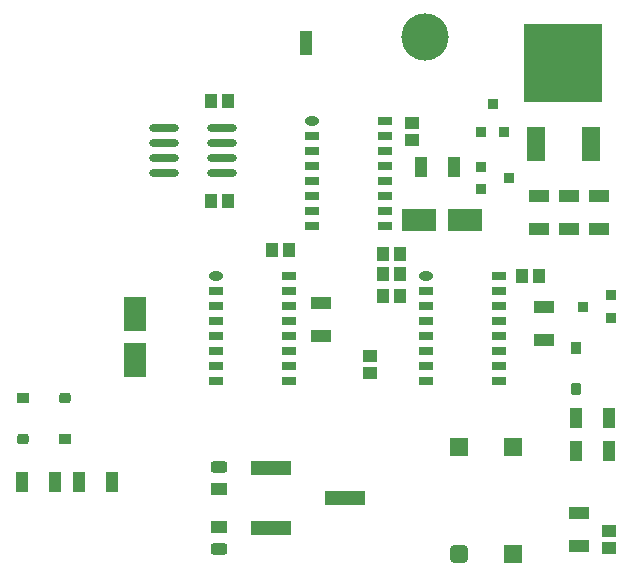
<source format=gtp>
G04 Layer_Color=8421504*
%FSLAX25Y25*%
%MOIN*%
G70*
G01*
G75*
%ADD10C,0.15748*%
%ADD11R,0.03937X0.03347*%
G04:AMPARAMS|DCode=12|XSize=33.47mil|YSize=39.37mil|CornerRadius=8.37mil|HoleSize=0mil|Usage=FLASHONLY|Rotation=270.000|XOffset=0mil|YOffset=0mil|HoleType=Round|Shape=RoundedRectangle|*
%AMROUNDEDRECTD12*
21,1,0.03347,0.02264,0,0,270.0*
21,1,0.01673,0.03937,0,0,270.0*
1,1,0.01673,-0.01132,-0.00837*
1,1,0.01673,-0.01132,0.00837*
1,1,0.01673,0.01132,0.00837*
1,1,0.01673,0.01132,-0.00837*
%
%ADD12ROUNDEDRECTD12*%
%ADD13R,0.04724X0.03150*%
%ADD14O,0.04724X0.03150*%
%ADD15O,0.09843X0.02756*%
%ADD16R,0.03347X0.03937*%
G04:AMPARAMS|DCode=17|XSize=33.47mil|YSize=39.37mil|CornerRadius=8.37mil|HoleSize=0mil|Usage=FLASHONLY|Rotation=180.000|XOffset=0mil|YOffset=0mil|HoleType=Round|Shape=RoundedRectangle|*
%AMROUNDEDRECTD17*
21,1,0.03347,0.02264,0,0,180.0*
21,1,0.01673,0.03937,0,0,180.0*
1,1,0.01673,-0.00837,0.01132*
1,1,0.01673,0.00837,0.01132*
1,1,0.01673,0.00837,-0.01132*
1,1,0.01673,-0.00837,-0.01132*
%
%ADD17ROUNDEDRECTD17*%
%ADD18R,0.04134X0.05118*%
%ADD19R,0.13780X0.05118*%
%ADD20R,0.03740X0.03543*%
%ADD21R,0.03740X0.03543*%
%ADD22R,0.26378X0.26378*%
%ADD23R,0.06299X0.11811*%
%ADD24R,0.05118X0.04134*%
%ADD25R,0.07284X0.11811*%
%ADD26R,0.04331X0.06693*%
%ADD27R,0.05512X0.03937*%
G04:AMPARAMS|DCode=28|XSize=55.12mil|YSize=39.37mil|CornerRadius=9.84mil|HoleSize=0mil|Usage=FLASHONLY|Rotation=0.000|XOffset=0mil|YOffset=0mil|HoleType=Round|Shape=RoundedRectangle|*
%AMROUNDEDRECTD28*
21,1,0.05512,0.01969,0,0,0.0*
21,1,0.03543,0.03937,0,0,0.0*
1,1,0.01969,0.01772,-0.00984*
1,1,0.01969,-0.01772,-0.00984*
1,1,0.01969,-0.01772,0.00984*
1,1,0.01969,0.01772,0.00984*
%
%ADD28ROUNDEDRECTD28*%
%ADD29R,0.06693X0.04331*%
G04:AMPARAMS|DCode=30|XSize=60mil|YSize=60mil|CornerRadius=15mil|HoleSize=0mil|Usage=FLASHONLY|Rotation=180.000|XOffset=0mil|YOffset=0mil|HoleType=Round|Shape=RoundedRectangle|*
%AMROUNDEDRECTD30*
21,1,0.06000,0.03000,0,0,180.0*
21,1,0.03000,0.06000,0,0,180.0*
1,1,0.03000,-0.01500,0.01500*
1,1,0.03000,0.01500,0.01500*
1,1,0.03000,0.01500,-0.01500*
1,1,0.03000,-0.01500,-0.01500*
%
%ADD30ROUNDEDRECTD30*%
%ADD31R,0.06000X0.06000*%
%ADD32R,0.03937X0.07874*%
%ADD33R,0.03543X0.03740*%
%ADD34R,0.03543X0.03740*%
%ADD35R,0.11811X0.07284*%
D10*
X177264Y183071D02*
D03*
D11*
X43517Y62964D02*
D03*
X57283Y49213D02*
D03*
D12*
X57296Y62964D02*
D03*
X43504Y49213D02*
D03*
D13*
X132205Y68500D02*
D03*
Y73500D02*
D03*
Y78500D02*
D03*
Y83500D02*
D03*
Y88500D02*
D03*
Y93500D02*
D03*
Y98500D02*
D03*
Y103500D02*
D03*
X107795Y68500D02*
D03*
Y73500D02*
D03*
Y78500D02*
D03*
Y83500D02*
D03*
Y88500D02*
D03*
Y93500D02*
D03*
Y98500D02*
D03*
X164205Y120020D02*
D03*
Y125020D02*
D03*
Y130020D02*
D03*
Y135020D02*
D03*
Y140020D02*
D03*
Y145020D02*
D03*
Y150020D02*
D03*
Y155020D02*
D03*
X139795Y120020D02*
D03*
Y125020D02*
D03*
Y130020D02*
D03*
Y135020D02*
D03*
Y140020D02*
D03*
Y145020D02*
D03*
Y150020D02*
D03*
X202205Y68500D02*
D03*
Y73500D02*
D03*
Y78500D02*
D03*
Y83500D02*
D03*
Y88500D02*
D03*
Y93500D02*
D03*
Y98500D02*
D03*
Y103500D02*
D03*
X177795Y68500D02*
D03*
Y73500D02*
D03*
Y78500D02*
D03*
Y83500D02*
D03*
Y88500D02*
D03*
Y93500D02*
D03*
Y98500D02*
D03*
D14*
X107795Y103500D02*
D03*
X139795Y155020D02*
D03*
X177795Y103500D02*
D03*
D15*
X109646Y138000D02*
D03*
Y143000D02*
D03*
Y148000D02*
D03*
Y153000D02*
D03*
X90354Y138000D02*
D03*
Y143000D02*
D03*
Y148000D02*
D03*
Y153000D02*
D03*
D16*
X227658Y79626D02*
D03*
D17*
Y65847D02*
D03*
D18*
X169193Y110827D02*
D03*
X163484D02*
D03*
X169193Y96949D02*
D03*
X163484D02*
D03*
X106146Y162000D02*
D03*
X111854D02*
D03*
X106146Y128500D02*
D03*
X111854D02*
D03*
X163484Y104035D02*
D03*
X169193D02*
D03*
X126476Y112106D02*
D03*
X132185D02*
D03*
X215551Y103347D02*
D03*
X209842D02*
D03*
D19*
X126181Y39429D02*
D03*
Y19429D02*
D03*
X150591Y29429D02*
D03*
D20*
X230118Y93307D02*
D03*
X239370Y89567D02*
D03*
X205299Y136205D02*
D03*
X196047Y139945D02*
D03*
D21*
X239370Y97047D02*
D03*
X196047Y132465D02*
D03*
D22*
X223524Y174606D02*
D03*
D23*
X214469Y147638D02*
D03*
X232579D02*
D03*
D24*
X172933Y148917D02*
D03*
Y154626D02*
D03*
X238650Y12874D02*
D03*
Y18583D02*
D03*
X159205Y76764D02*
D03*
Y71055D02*
D03*
D25*
X80701Y75410D02*
D03*
Y90764D02*
D03*
D26*
X72933Y34842D02*
D03*
X61910D02*
D03*
X42913D02*
D03*
X53937D02*
D03*
X238878Y45177D02*
D03*
X227854D02*
D03*
Y56299D02*
D03*
X238878D02*
D03*
X187205Y139961D02*
D03*
X176181D02*
D03*
D27*
X108858Y32579D02*
D03*
X108760Y19783D02*
D03*
D28*
X108858Y39862D02*
D03*
X108760Y12500D02*
D03*
D29*
X228650Y24587D02*
D03*
Y13563D02*
D03*
X142709Y83417D02*
D03*
Y94441D02*
D03*
X217189Y93256D02*
D03*
Y82232D02*
D03*
X215256Y119095D02*
D03*
Y130118D02*
D03*
X225295Y119095D02*
D03*
Y130118D02*
D03*
X235531D02*
D03*
Y119095D02*
D03*
D30*
X188858Y10784D02*
D03*
D31*
Y46610D02*
D03*
X206575D02*
D03*
Y10784D02*
D03*
D32*
X137795Y181102D02*
D03*
D33*
X199902Y160827D02*
D03*
X196161Y151575D02*
D03*
D34*
X203642Y151575D02*
D03*
D35*
X190847Y122047D02*
D03*
X175492D02*
D03*
M02*

</source>
